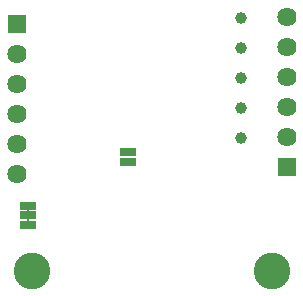
<source format=gbr>
G04 EAGLE Gerber RS-274X export*
G75*
%MOMM*%
%FSLAX34Y34*%
%LPD*%
%INSoldermask Bottom*%
%IPPOS*%
%AMOC8*
5,1,8,0,0,1.08239X$1,22.5*%
G01*
%ADD10C,3.101600*%
%ADD11R,1.371600X0.736600*%
%ADD12C,0.203200*%
%ADD13R,1.625600X1.625600*%
%ADD14C,1.625600*%
%ADD15C,0.990600*%


D10*
X27700Y27700D03*
X230900Y27700D03*
D11*
X24424Y66410D03*
X24424Y74538D03*
X24424Y82666D03*
D12*
X24424Y83428D02*
X24424Y65902D01*
D11*
X109220Y128016D03*
X109220Y119888D03*
D13*
X15000Y236474D03*
D14*
X15000Y211074D03*
X15000Y185674D03*
X15000Y160274D03*
X15000Y134874D03*
X15000Y109474D03*
D15*
X205000Y140000D03*
X205000Y165400D03*
X205000Y190800D03*
X205000Y216200D03*
X205000Y241600D03*
D13*
X243600Y115570D03*
D14*
X243600Y140970D03*
X243600Y166370D03*
X243600Y191770D03*
X243600Y217170D03*
X243600Y242570D03*
M02*

</source>
